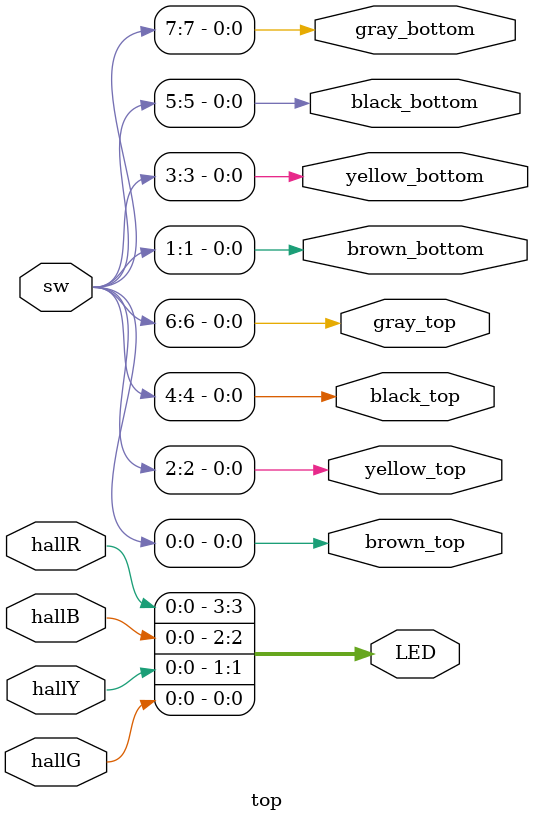
<source format=v>
`timescale 1ns / 1ps

module top(
    input wire [7:0] sw,
    
    input wire hallR,
    input wire hallB,
    input wire hallY,
    input wire hallG,
    
    output wire brown_top,
    output wire yellow_top,
    output wire black_top,
    output wire gray_top, 
    output wire brown_bottom, 
    output wire yellow_bottom,
    output wire black_bottom, 
    output wire gray_bottom,
    
    output wire [3:0] LED
    );
    
    assign  brown_top     = sw[0];    
    assign  brown_bottom  = sw[1];
    assign  yellow_top    = sw[2];
    assign  yellow_bottom = sw[3];
    assign  black_top     = sw[4];
    assign  black_bottom  = sw[5];
    assign  gray_top      = sw[6];
    assign  gray_bottom   = sw[7];
    
    assign LED[3] = hallR;
    assign LED[2] = hallB;
    assign LED[1] = hallY;
    assign LED[0] = hallG;
endmodule

</source>
